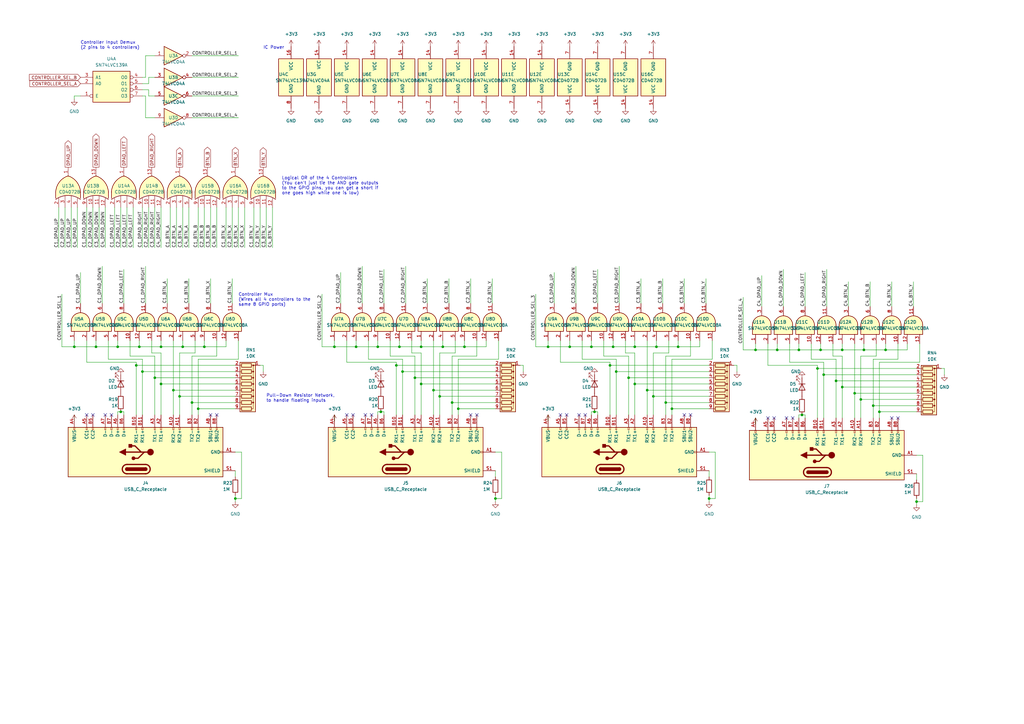
<source format=kicad_sch>
(kicad_sch (version 20211123) (generator eeschema)
  (paper "A3")
  (junction (at 273.05 165.1))
  (junction (at 328.93 170.18))
  (junction (at 162.56 149.86))
  (junction (at 81.28 167.64))
  (junction (at 242.57 142.24))
  (junction (at 83.82 142.24))
  (junction (at 260.35 142.24))
  (junction (at 327.66 143.51))
  (junction (at 55.88 149.86))
  (junction (at 251.46 142.24))
  (junction (at 337.82 153.67))
  (junction (at 39.37 142.24))
  (junction (at 154.94 142.24))
  (junction (at 177.8 160.02))
  (junction (at 290.83 204.47))
  (junction (at 342.9 156.21))
  (junction (at 233.68 142.24))
  (junction (at 318.77 143.51))
  (junction (at 172.72 142.24))
  (junction (at 170.18 154.94))
  (junction (at 49.53 168.91))
  (junction (at 363.22 143.51))
  (junction (at 358.14 166.37))
  (junction (at 96.52 204.47))
  (junction (at 309.88 143.51))
  (junction (at 146.05 142.24))
  (junction (at 190.5 142.24))
  (junction (at 267.97 162.56))
  (junction (at 185.42 165.1))
  (junction (at 73.66 162.56))
  (junction (at 252.73 152.4))
  (junction (at 63.5 154.94))
  (junction (at 156.21 168.91))
  (junction (at 257.81 154.94))
  (junction (at 181.61 142.24))
  (junction (at 48.26 142.24))
  (junction (at 30.48 142.24))
  (junction (at 74.93 142.24))
  (junction (at 250.19 149.86))
  (junction (at 360.68 168.91))
  (junction (at 275.59 167.64))
  (junction (at 335.28 151.13))
  (junction (at 137.16 142.24))
  (junction (at 345.44 143.51))
  (junction (at 165.1 152.4))
  (junction (at 180.34 162.56))
  (junction (at 224.79 142.24))
  (junction (at 278.13 142.24))
  (junction (at 172.72 157.48))
  (junction (at 71.12 160.02))
  (junction (at 269.24 142.24))
  (junction (at 375.92 205.74))
  (junction (at 260.35 157.48))
  (junction (at 354.33 143.51))
  (junction (at 163.83 142.24))
  (junction (at 336.55 143.51))
  (junction (at 345.44 158.75))
  (junction (at 353.06 163.83))
  (junction (at 78.74 165.1))
  (junction (at 66.04 142.24))
  (junction (at 203.2 204.47))
  (junction (at 243.84 168.91))
  (junction (at 265.43 160.02))
  (junction (at 58.42 152.4))
  (junction (at 66.04 157.48))
  (junction (at 350.52 161.29))
  (junction (at 57.15 142.24))
  (junction (at 187.96 167.64))
  (no_connect (at 229.87 170.18))
  (no_connect (at 280.67 170.18))
  (no_connect (at 365.76 171.45))
  (no_connect (at 144.78 170.18))
  (no_connect (at 232.41 170.18))
  (no_connect (at 317.5 171.45))
  (no_connect (at 368.3 171.45))
  (no_connect (at 314.96 171.45))
  (no_connect (at 237.49 170.18))
  (no_connect (at 43.18 170.18))
  (no_connect (at 45.72 170.18))
  (no_connect (at 283.21 170.18))
  (no_connect (at 38.1 170.18))
  (no_connect (at 35.56 170.18))
  (no_connect (at 86.36 170.18))
  (no_connect (at 88.9 170.18))
  (no_connect (at 152.4 170.18))
  (no_connect (at 322.58 171.45))
  (no_connect (at 149.86 170.18))
  (no_connect (at 325.12 171.45))
  (no_connect (at 193.04 170.18))
  (no_connect (at 240.03 170.18))
  (no_connect (at 142.24 170.18))
  (no_connect (at 195.58 170.18))
  (wire (pts (xy 342.9 171.45) (xy 342.9 156.21)))
  (wire (pts (xy 337.82 148.59) (xy 337.82 153.67)))
  (wire (pts (xy 224.79 139.7) (xy 224.79 142.24)))
  (wire (pts (xy 250.19 170.18) (xy 250.19 149.86)))
  (wire (pts (xy 327.66 140.97) (xy 327.66 143.51)))
  (wire (pts (xy 290.83 185.42) (xy 293.37 185.42)))
  (wire (pts (xy 309.88 143.51) (xy 318.77 143.51)))
  (wire (pts (xy 58.42 147.32) (xy 58.42 152.4)))
  (wire (pts (xy 78.74 31.75) (xy 97.79 31.75)))
  (wire (pts (xy 360.68 168.91) (xy 375.92 168.91)))
  (wire (pts (xy 39.37 139.7) (xy 39.37 142.24)))
  (wire (pts (xy 50.8 170.18) (xy 50.8 168.91)))
  (wire (pts (xy 358.14 166.37) (xy 375.92 166.37)))
  (wire (pts (xy 275.59 147.32) (xy 275.59 167.64)))
  (wire (pts (xy 345.44 171.45) (xy 345.44 158.75)))
  (wire (pts (xy 214.63 149.86) (xy 214.63 152.4)))
  (wire (pts (xy 57.15 142.24) (xy 66.04 142.24)))
  (wire (pts (xy 99.06 204.47) (xy 96.52 204.47)))
  (wire (pts (xy 49.53 168.91) (xy 50.8 168.91)))
  (wire (pts (xy 337.82 171.45) (xy 337.82 153.67)))
  (wire (pts (xy 278.13 142.24) (xy 287.02 142.24)))
  (wire (pts (xy 66.04 142.24) (xy 74.93 142.24)))
  (wire (pts (xy 195.58 146.05) (xy 185.42 146.05)))
  (wire (pts (xy 375.92 194.31) (xy 375.92 196.85)))
  (wire (pts (xy 180.34 170.18) (xy 180.34 162.56)))
  (wire (pts (xy 33.02 39.37) (xy 30.48 39.37)))
  (wire (pts (xy 273.05 170.18) (xy 273.05 165.1)))
  (wire (pts (xy 265.43 139.7) (xy 265.43 160.02)))
  (wire (pts (xy 186.69 139.7) (xy 186.69 144.78)))
  (wire (pts (xy 293.37 204.47) (xy 290.83 204.47)))
  (wire (pts (xy 100.33 85.09) (xy 100.33 101.6)))
  (wire (pts (xy 347.98 115.57) (xy 347.98 125.73)))
  (wire (pts (xy 260.35 157.48) (xy 290.83 157.48)))
  (wire (pts (xy 318.77 140.97) (xy 318.77 143.51)))
  (wire (pts (xy 201.93 114.3) (xy 201.93 124.46)))
  (wire (pts (xy 160.02 139.7) (xy 160.02 146.05)))
  (wire (pts (xy 162.56 148.59) (xy 162.56 149.86)))
  (wire (pts (xy 165.1 170.18) (xy 165.1 152.4)))
  (wire (pts (xy 323.85 148.59) (xy 337.82 148.59)))
  (wire (pts (xy 81.28 167.64) (xy 96.52 167.64)))
  (wire (pts (xy 345.44 143.51) (xy 354.33 143.51)))
  (wire (pts (xy 242.57 142.24) (xy 251.46 142.24)))
  (wire (pts (xy 342.9 156.21) (xy 375.92 156.21)))
  (wire (pts (xy 257.81 170.18) (xy 257.81 154.94)))
  (wire (pts (xy 99.06 185.42) (xy 99.06 204.47)))
  (wire (pts (xy 60.96 31.75) (xy 60.96 34.29)))
  (wire (pts (xy 377.19 148.59) (xy 360.68 148.59)))
  (wire (pts (xy 175.26 114.3) (xy 175.26 124.46)))
  (wire (pts (xy 318.77 143.51) (xy 327.66 143.51)))
  (wire (pts (xy 66.04 85.09) (xy 66.04 101.6)))
  (wire (pts (xy 251.46 142.24) (xy 260.35 142.24)))
  (wire (pts (xy 363.22 143.51) (xy 372.11 143.51)))
  (wire (pts (xy 233.68 142.24) (xy 242.57 142.24)))
  (wire (pts (xy 314.96 140.97) (xy 314.96 149.86)))
  (wire (pts (xy 280.67 114.3) (xy 280.67 124.46)))
  (wire (pts (xy 92.71 142.24) (xy 92.71 139.7)))
  (wire (pts (xy 29.21 85.09) (xy 29.21 101.6)))
  (wire (pts (xy 265.43 160.02) (xy 290.83 160.02)))
  (wire (pts (xy 312.42 113.03) (xy 312.42 125.73)))
  (wire (pts (xy 378.46 205.74) (xy 375.92 205.74)))
  (wire (pts (xy 49.53 85.09) (xy 49.53 101.6)))
  (wire (pts (xy 359.41 140.97) (xy 359.41 146.05)))
  (wire (pts (xy 137.16 139.7) (xy 137.16 142.24)))
  (wire (pts (xy 170.18 154.94) (xy 203.2 154.94)))
  (wire (pts (xy 292.1 139.7) (xy 292.1 147.32)))
  (wire (pts (xy 203.2 204.47) (xy 203.2 205.74)))
  (wire (pts (xy 203.2 193.04) (xy 203.2 195.58)))
  (wire (pts (xy 236.22 109.22) (xy 236.22 124.46)))
  (wire (pts (xy 26.67 85.09) (xy 26.67 101.6)))
  (wire (pts (xy 274.32 144.78) (xy 267.97 144.78)))
  (wire (pts (xy 60.96 34.29) (xy 58.42 34.29)))
  (wire (pts (xy 304.8 143.51) (xy 309.88 143.51)))
  (wire (pts (xy 63.5 154.94) (xy 96.52 154.94)))
  (wire (pts (xy 356.87 115.57) (xy 356.87 125.73)))
  (wire (pts (xy 54.61 85.09) (xy 54.61 101.6)))
  (wire (pts (xy 242.57 168.91) (xy 243.84 168.91)))
  (wire (pts (xy 267.97 144.78) (xy 267.97 162.56)))
  (wire (pts (xy 260.35 139.7) (xy 260.35 142.24)))
  (wire (pts (xy 88.9 139.7) (xy 88.9 146.05)))
  (wire (pts (xy 353.06 146.05) (xy 353.06 163.83)))
  (wire (pts (xy 339.09 110.49) (xy 339.09 125.73)))
  (wire (pts (xy 242.57 139.7) (xy 242.57 142.24)))
  (wire (pts (xy 199.39 142.24) (xy 199.39 139.7)))
  (wire (pts (xy 157.48 170.18) (xy 157.48 168.91)))
  (wire (pts (xy 160.02 146.05) (xy 170.18 146.05)))
  (wire (pts (xy 283.21 139.7) (xy 283.21 146.05)))
  (wire (pts (xy 63.5 146.05) (xy 63.5 154.94)))
  (wire (pts (xy 44.45 147.32) (xy 58.42 147.32)))
  (wire (pts (xy 86.36 85.09) (xy 86.36 101.6)))
  (wire (pts (xy 283.21 146.05) (xy 273.05 146.05)))
  (wire (pts (xy 111.76 85.09) (xy 111.76 101.6)))
  (wire (pts (xy 62.23 139.7) (xy 62.23 144.78)))
  (wire (pts (xy 81.28 147.32) (xy 81.28 167.64)))
  (wire (pts (xy 39.37 142.24) (xy 48.26 142.24)))
  (wire (pts (xy 77.47 85.09) (xy 77.47 101.6)))
  (wire (pts (xy 107.95 149.86) (xy 107.95 152.4)))
  (wire (pts (xy 139.7 111.76) (xy 139.7 124.46)))
  (wire (pts (xy 185.42 170.18) (xy 185.42 165.1)))
  (wire (pts (xy 335.28 151.13) (xy 375.92 151.13)))
  (wire (pts (xy 300.99 149.86) (xy 302.26 149.86)))
  (wire (pts (xy 181.61 142.24) (xy 190.5 142.24)))
  (wire (pts (xy 96.52 193.04) (xy 96.52 195.58)))
  (wire (pts (xy 92.71 85.09) (xy 92.71 101.6)))
  (wire (pts (xy 62.23 144.78) (xy 66.04 144.78)))
  (wire (pts (xy 377.19 140.97) (xy 377.19 148.59)))
  (wire (pts (xy 148.59 109.22) (xy 148.59 124.46)))
  (wire (pts (xy 330.2 171.45) (xy 330.2 170.18)))
  (wire (pts (xy 46.99 85.09) (xy 46.99 101.6)))
  (wire (pts (xy 137.16 172.72) (xy 137.16 170.18)))
  (wire (pts (xy 157.48 110.49) (xy 157.48 124.46)))
  (wire (pts (xy 59.69 31.75) (xy 59.69 22.86)))
  (wire (pts (xy 96.52 204.47) (xy 96.52 205.74)))
  (wire (pts (xy 59.69 48.26) (xy 59.69 39.37)))
  (wire (pts (xy 278.13 139.7) (xy 278.13 142.24)))
  (wire (pts (xy 83.82 85.09) (xy 83.82 101.6)))
  (wire (pts (xy 290.83 203.2) (xy 290.83 204.47)))
  (wire (pts (xy 40.64 85.09) (xy 40.64 101.6)))
  (wire (pts (xy 345.44 140.97) (xy 345.44 143.51)))
  (wire (pts (xy 63.5 31.75) (xy 60.96 31.75)))
  (wire (pts (xy 48.26 139.7) (xy 48.26 142.24)))
  (wire (pts (xy 185.42 146.05) (xy 185.42 165.1)))
  (wire (pts (xy 96.52 185.42) (xy 99.06 185.42)))
  (wire (pts (xy 204.47 147.32) (xy 187.96 147.32)))
  (wire (pts (xy 154.94 170.18) (xy 154.94 168.91)))
  (wire (pts (xy 78.74 22.86) (xy 97.79 22.86)))
  (wire (pts (xy 41.91 109.22) (xy 41.91 124.46)))
  (wire (pts (xy 219.71 142.24) (xy 224.79 142.24)))
  (wire (pts (xy 327.66 171.45) (xy 327.66 170.18)))
  (wire (pts (xy 96.52 203.2) (xy 96.52 204.47)))
  (wire (pts (xy 233.68 139.7) (xy 233.68 142.24)))
  (wire (pts (xy 77.47 114.3) (xy 77.47 124.46)))
  (wire (pts (xy 374.65 115.57) (xy 374.65 125.73)))
  (wire (pts (xy 256.54 144.78) (xy 260.35 144.78)))
  (wire (pts (xy 269.24 139.7) (xy 269.24 142.24)))
  (wire (pts (xy 375.92 205.74) (xy 375.92 207.01)))
  (wire (pts (xy 165.1 147.32) (xy 165.1 152.4)))
  (wire (pts (xy 378.46 186.69) (xy 378.46 205.74)))
  (wire (pts (xy 68.58 114.3) (xy 68.58 124.46)))
  (wire (pts (xy 205.74 185.42) (xy 205.74 204.47)))
  (wire (pts (xy 386.08 151.13) (xy 387.35 151.13)))
  (wire (pts (xy 168.91 139.7) (xy 168.91 144.78)))
  (wire (pts (xy 184.15 114.3) (xy 184.15 124.46)))
  (wire (pts (xy 360.68 148.59) (xy 360.68 168.91)))
  (wire (pts (xy 341.63 140.97) (xy 341.63 146.05)))
  (wire (pts (xy 345.44 158.75) (xy 375.92 158.75)))
  (wire (pts (xy 267.97 170.18) (xy 267.97 162.56)))
  (wire (pts (xy 55.88 148.59) (xy 55.88 149.86)))
  (wire (pts (xy 58.42 152.4) (xy 96.52 152.4)))
  (wire (pts (xy 354.33 143.51) (xy 363.22 143.51)))
  (wire (pts (xy 252.73 147.32) (xy 252.73 152.4)))
  (wire (pts (xy 180.34 162.56) (xy 203.2 162.56)))
  (wire (pts (xy 337.82 153.67) (xy 375.92 153.67)))
  (wire (pts (xy 146.05 142.24) (xy 154.94 142.24)))
  (wire (pts (xy 78.74 170.18) (xy 78.74 165.1)))
  (wire (pts (xy 252.73 170.18) (xy 252.73 152.4)))
  (wire (pts (xy 257.81 146.05) (xy 257.81 154.94)))
  (wire (pts (xy 55.88 149.86) (xy 96.52 149.86)))
  (wire (pts (xy 88.9 146.05) (xy 78.74 146.05)))
  (wire (pts (xy 273.05 165.1) (xy 290.83 165.1)))
  (wire (pts (xy 245.11 170.18) (xy 245.11 168.91)))
  (wire (pts (xy 350.52 171.45) (xy 350.52 161.29)))
  (wire (pts (xy 353.06 163.83) (xy 375.92 163.83)))
  (wire (pts (xy 247.65 139.7) (xy 247.65 146.05)))
  (wire (pts (xy 195.58 139.7) (xy 195.58 146.05)))
  (wire (pts (xy 353.06 171.45) (xy 353.06 163.83)))
  (wire (pts (xy 63.5 85.09) (xy 63.5 101.6)))
  (wire (pts (xy 177.8 139.7) (xy 177.8 160.02)))
  (wire (pts (xy 73.66 170.18) (xy 73.66 162.56)))
  (wire (pts (xy 260.35 144.78) (xy 260.35 157.48)))
  (wire (pts (xy 35.56 148.59) (xy 55.88 148.59)))
  (wire (pts (xy 187.96 170.18) (xy 187.96 167.64)))
  (wire (pts (xy 24.13 85.09) (xy 24.13 101.6)))
  (wire (pts (xy 53.34 146.05) (xy 63.5 146.05)))
  (wire (pts (xy 387.35 151.13) (xy 387.35 153.67)))
  (wire (pts (xy 292.1 147.32) (xy 275.59 147.32)))
  (wire (pts (xy 368.3 147.32) (xy 358.14 147.32)))
  (wire (pts (xy 154.94 139.7) (xy 154.94 142.24)))
  (wire (pts (xy 267.97 162.56) (xy 290.83 162.56)))
  (wire (pts (xy 247.65 146.05) (xy 257.81 146.05)))
  (wire (pts (xy 243.84 168.91) (xy 245.11 168.91)))
  (wire (pts (xy 358.14 147.32) (xy 358.14 166.37)))
  (wire (pts (xy 186.69 144.78) (xy 180.34 144.78)))
  (wire (pts (xy 78.74 165.1) (xy 96.52 165.1)))
  (wire (pts (xy 66.04 170.18) (xy 66.04 157.48)))
  (wire (pts (xy 66.04 139.7) (xy 66.04 142.24)))
  (wire (pts (xy 203.2 185.42) (xy 205.74 185.42)))
  (wire (pts (xy 172.72 170.18) (xy 172.72 157.48)))
  (wire (pts (xy 354.33 140.97) (xy 354.33 143.51)))
  (wire (pts (xy 30.48 39.37) (xy 30.48 40.64)))
  (wire (pts (xy 304.8 121.92) (xy 304.8 143.51)))
  (wire (pts (xy 359.41 146.05) (xy 353.06 146.05)))
  (wire (pts (xy 170.18 170.18) (xy 170.18 154.94)))
  (wire (pts (xy 156.21 168.91) (xy 157.48 168.91)))
  (wire (pts (xy 44.45 139.7) (xy 44.45 147.32)))
  (wire (pts (xy 358.14 171.45) (xy 358.14 166.37)))
  (wire (pts (xy 53.34 139.7) (xy 53.34 146.05)))
  (wire (pts (xy 190.5 142.24) (xy 199.39 142.24)))
  (wire (pts (xy 63.5 170.18) (xy 63.5 154.94)))
  (wire (pts (xy 58.42 170.18) (xy 58.42 152.4)))
  (wire (pts (xy 97.79 147.32) (xy 81.28 147.32)))
  (wire (pts (xy 109.22 85.09) (xy 109.22 101.6)))
  (wire (pts (xy 341.63 146.05) (xy 345.44 146.05)))
  (wire (pts (xy 95.25 85.09) (xy 95.25 101.6)))
  (wire (pts (xy 252.73 152.4) (xy 290.83 152.4)))
  (wire (pts (xy 74.93 142.24) (xy 83.82 142.24)))
  (wire (pts (xy 168.91 144.78) (xy 172.72 144.78)))
  (wire (pts (xy 162.56 170.18) (xy 162.56 149.86)))
  (wire (pts (xy 332.74 147.32) (xy 342.9 147.32)))
  (wire (pts (xy 327.66 170.18) (xy 328.93 170.18)))
  (wire (pts (xy 66.04 157.48) (xy 96.52 157.48)))
  (wire (pts (xy 97.79 85.09) (xy 97.79 101.6)))
  (wire (pts (xy 309.88 173.99) (xy 309.88 171.45)))
  (wire (pts (xy 360.68 171.45) (xy 360.68 168.91)))
  (wire (pts (xy 336.55 140.97) (xy 336.55 143.51)))
  (wire (pts (xy 181.61 139.7) (xy 181.61 142.24)))
  (wire (pts (xy 372.11 143.51) (xy 372.11 140.97)))
  (wire (pts (xy 185.42 165.1) (xy 203.2 165.1)))
  (wire (pts (xy 106.68 85.09) (xy 106.68 101.6)))
  (wire (pts (xy 151.13 139.7) (xy 151.13 147.32)))
  (wire (pts (xy 289.56 114.3) (xy 289.56 124.46)))
  (wire (pts (xy 273.05 146.05) (xy 273.05 165.1)))
  (wire (pts (xy 73.66 144.78) (xy 73.66 162.56)))
  (wire (pts (xy 88.9 85.09) (xy 88.9 101.6)))
  (wire (pts (xy 73.66 162.56) (xy 96.52 162.56)))
  (wire (pts (xy 71.12 139.7) (xy 71.12 160.02)))
  (wire (pts (xy 163.83 139.7) (xy 163.83 142.24)))
  (wire (pts (xy 251.46 139.7) (xy 251.46 142.24)))
  (wire (pts (xy 172.72 144.78) (xy 172.72 157.48)))
  (wire (pts (xy 154.94 168.91) (xy 156.21 168.91)))
  (wire (pts (xy 78.74 39.37) (xy 97.79 39.37)))
  (wire (pts (xy 154.94 142.24) (xy 163.83 142.24)))
  (wire (pts (xy 106.68 149.86) (xy 107.95 149.86)))
  (wire (pts (xy 290.83 193.04) (xy 290.83 195.58)))
  (wire (pts (xy 177.8 170.18) (xy 177.8 160.02)))
  (wire (pts (xy 224.79 172.72) (xy 224.79 170.18)))
  (wire (pts (xy 81.28 85.09) (xy 81.28 101.6)))
  (wire (pts (xy 95.25 114.3) (xy 95.25 124.46)))
  (wire (pts (xy 162.56 149.86) (xy 203.2 149.86)))
  (wire (pts (xy 368.3 140.97) (xy 368.3 147.32)))
  (wire (pts (xy 350.52 140.97) (xy 350.52 161.29)))
  (wire (pts (xy 38.1 85.09) (xy 38.1 101.6)))
  (wire (pts (xy 172.72 142.24) (xy 181.61 142.24)))
  (wire (pts (xy 187.96 167.64) (xy 203.2 167.64)))
  (wire (pts (xy 256.54 139.7) (xy 256.54 144.78)))
  (wire (pts (xy 224.79 142.24) (xy 233.68 142.24)))
  (wire (pts (xy 25.4 142.24) (xy 30.48 142.24)))
  (wire (pts (xy 132.08 120.65) (xy 132.08 142.24)))
  (wire (pts (xy 375.92 186.69) (xy 378.46 186.69)))
  (wire (pts (xy 35.56 139.7) (xy 35.56 148.59)))
  (wire (pts (xy 287.02 142.24) (xy 287.02 139.7)))
  (wire (pts (xy 146.05 139.7) (xy 146.05 142.24)))
  (wire (pts (xy 229.87 148.59) (xy 250.19 148.59)))
  (wire (pts (xy 33.02 111.76) (xy 33.02 124.46)))
  (wire (pts (xy 245.11 110.49) (xy 245.11 124.46)))
  (wire (pts (xy 48.26 170.18) (xy 48.26 168.91)))
  (wire (pts (xy 78.74 146.05) (xy 78.74 165.1)))
  (wire (pts (xy 59.69 22.86) (xy 63.5 22.86)))
  (wire (pts (xy 142.24 148.59) (xy 162.56 148.59)))
  (wire (pts (xy 213.36 149.86) (xy 214.63 149.86)))
  (wire (pts (xy 78.74 48.26) (xy 97.79 48.26)))
  (wire (pts (xy 250.19 149.86) (xy 290.83 149.86)))
  (wire (pts (xy 30.48 142.24) (xy 39.37 142.24)))
  (wire (pts (xy 332.74 140.97) (xy 332.74 147.32)))
  (wire (pts (xy 321.31 110.49) (xy 321.31 125.73)))
  (wire (pts (xy 25.4 120.65) (xy 25.4 142.24)))
  (wire (pts (xy 269.24 142.24) (xy 278.13 142.24)))
  (wire (pts (xy 52.07 85.09) (xy 52.07 101.6)))
  (wire (pts (xy 60.96 39.37) (xy 63.5 39.37)))
  (wire (pts (xy 187.96 147.32) (xy 187.96 167.64)))
  (wire (pts (xy 66.04 144.78) (xy 66.04 157.48)))
  (wire (pts (xy 328.93 170.18) (xy 330.2 170.18)))
  (wire (pts (xy 227.33 111.76) (xy 227.33 124.46)))
  (wire (pts (xy 314.96 149.86) (xy 335.28 149.86)))
  (wire (pts (xy 219.71 120.65) (xy 219.71 142.24)))
  (wire (pts (xy 271.78 114.3) (xy 271.78 124.46)))
  (wire (pts (xy 177.8 160.02) (xy 203.2 160.02)))
  (wire (pts (xy 59.69 39.37) (xy 58.42 39.37)))
  (wire (pts (xy 302.26 149.86) (xy 302.26 152.4)))
  (wire (pts (xy 35.56 85.09) (xy 35.56 101.6)))
  (wire (pts (xy 290.83 204.47) (xy 290.83 205.74)))
  (wire (pts (xy 260.35 142.24) (xy 269.24 142.24)))
  (wire (pts (xy 48.26 168.91) (xy 49.53 168.91)))
  (wire (pts (xy 193.04 114.3) (xy 193.04 124.46)))
  (wire (pts (xy 238.76 147.32) (xy 252.73 147.32)))
  (wire (pts (xy 71.12 160.02) (xy 96.52 160.02)))
  (wire (pts (xy 74.93 85.09) (xy 74.93 101.6)))
  (wire (pts (xy 363.22 140.97) (xy 363.22 143.51)))
  (wire (pts (xy 58.42 31.75) (xy 59.69 31.75)))
  (wire (pts (xy 229.87 139.7) (xy 229.87 148.59)))
  (wire (pts (xy 43.18 85.09) (xy 43.18 101.6)))
  (wire (pts (xy 275.59 170.18) (xy 275.59 167.64)))
  (wire (pts (xy 309.88 140.97) (xy 309.88 143.51)))
  (wire (pts (xy 57.15 139.7) (xy 57.15 142.24)))
  (wire (pts (xy 60.96 85.09) (xy 60.96 101.6)))
  (wire (pts (xy 165.1 152.4) (xy 203.2 152.4)))
  (wire (pts (xy 335.28 149.86) (xy 335.28 151.13)))
  (wire (pts (xy 262.89 114.3) (xy 262.89 124.46)))
  (wire (pts (xy 74.93 139.7) (xy 74.93 142.24)))
  (wire (pts (xy 59.69 109.22) (xy 59.69 124.46)))
  (wire (pts (xy 180.34 144.78) (xy 180.34 162.56)))
  (wire (pts (xy 190.5 139.7) (xy 190.5 142.24)))
  (wire (pts (xy 265.43 170.18) (xy 265.43 160.02)))
  (wire (pts (xy 260.35 170.18) (xy 260.35 157.48)))
  (wire (pts (xy 50.8 110.49) (xy 50.8 124.46)))
  (wire (pts (xy 254 109.22) (xy 254 124.46)))
  (wire (pts (xy 204.47 139.7) (xy 204.47 147.32)))
  (wire (pts (xy 336.55 143.51) (xy 345.44 143.51)))
  (wire (pts (xy 242.57 170.18) (xy 242.57 168.91)))
  (wire (pts (xy 172.72 139.7) (xy 172.72 142.24)))
  (wire (pts (xy 30.48 139.7) (xy 30.48 142.24)))
  (wire (pts (xy 205.74 204.47) (xy 203.2 204.47)))
  (wire (pts (xy 170.18 146.05) (xy 170.18 154.94)))
  (wire (pts (xy 323.85 140.97) (xy 323.85 148.59)))
  (wire (pts (xy 31.75 85.09) (xy 31.75 101.6)))
  (wire (pts (xy 257.81 154.94) (xy 290.83 154.94)))
  (wire (pts (xy 104.14 85.09) (xy 104.14 101.6)))
  (wire (pts (xy 63.5 48.26) (xy 59.69 48.26)))
  (wire (pts (xy 375.92 204.47) (xy 375.92 205.74)))
  (wire (pts (xy 83.82 139.7) (xy 83.82 142.24)))
  (wire (pts (xy 80.01 144.78) (xy 73.66 144.78)))
  (wire (pts (xy 327.66 143.51) (xy 336.55 143.51)))
  (wire (pts (xy 142.24 139.7) (xy 142.24 148.59)))
  (wire (pts (xy 81.28 170.18) (xy 81.28 167.64)))
  (wire (pts (xy 350.52 161.29) (xy 375.92 161.29)))
  (wire (pts (xy 293.37 185.42) (xy 293.37 204.47)))
  (wire (pts (xy 72.39 85.09) (xy 72.39 101.6)))
  (wire (pts (xy 58.42 36.83) (xy 60.96 36.83)))
  (wire (pts (xy 166.37 109.22) (xy 166.37 124.46)))
  (wire (pts (xy 345.44 146.05) (xy 345.44 158.75)))
  (wire (pts (xy 97.79 139.7) (xy 97.79 147.32)))
  (wire (pts (xy 69.85 85.09) (xy 69.85 101.6)))
  (wire (pts (xy 60.96 36.83) (xy 60.96 39.37)))
  (wire (pts (xy 83.82 142.24) (xy 92.71 142.24)))
  (wire (pts (xy 172.72 157.48) (xy 203.2 157.48)))
  (wire (pts (xy 330.2 111.76) (xy 330.2 125.73)))
  (wire (pts (xy 275.59 167.64) (xy 290.83 167.64)))
  (wire (pts (xy 58.42 85.09) (xy 58.42 101.6)))
  (wire (pts (xy 203.2 203.2) (xy 203.2 204.47)))
  (wire (pts (xy 250.19 148.59) (xy 250.19 149.86)))
  (wire (pts (xy 137.16 142.24) (xy 146.05 142.24)))
  (wire (pts (xy 238.76 139.7) (xy 238.76 147.32)))
  (wire (pts (xy 335.28 171.45) (xy 335.28 151.13)))
  (wire (pts (xy 86.36 114.3) (xy 86.36 124.46)))
  (wire (pts (xy 365.76 115.57) (xy 365.76 125.73)))
  (wire (pts (xy 48.26 142.24) (xy 57.15 142.24)))
  (wire (pts (xy 163.83 142.24) (xy 172.72 142.24)))
  (wire (pts (xy 30.48 172.72) (xy 30.48 170.18)))
  (wire (pts (xy 274.32 139.7) (xy 274.32 144.78)))
  (wire (pts (xy 80.01 139.7) (xy 80.01 144.78)))
  (wire (pts (xy 342.9 147.32) (xy 342.9 156.21)))
  (wire (pts (xy 71.12 170.18) (xy 71.12 160.02)))
  (wire (pts (xy 151.13 147.32) (xy 165.1 147.32)))
  (wire (pts (xy 55.88 170.18) (xy 55.88 149.86)))
  (wire (pts (xy 132.08 142.24) (xy 137.16 142.24)))
  (text "IC Power" (at 107.95 20.32 0) (effects (font (size 1.27 1.27)) (justify left bottom)))
  (text "Logical OR of the 4 Controllers\n(You can't just tie the AND gate outputs\nto the GPIO pins, you can get a short if\none goes high while one is low)" (at 115.57 80.01 0) (effects (font (size 1.27 1.27)) (justify left bottom)))
  (text "Pull-Down Resistor Network,\nto handle floating inputs" (at 109.22 165.1 0) (effects (font (size 1.27 1.27)) (justify left bottom)))
  (text "Controller Mux\n(Wires all 4 controllers to the\nsame 8 GPIO ports)" (at 97.79 125.73 0) (effects (font (size 1.27 1.27)) (justify left bottom)))
  (text "Controller Input Demux\n(2 pins to 4 controllers)" (at 33.02 20.32 0) (effects (font (size 1.27 1.27)) (justify left bottom)))
  (label "C3_DPAD_RIGHT" (at 63.5 101.6 90))
  (label "C2_DPAD_LEFT" (at 49.53 101.6 90))
  (label "C4_BTN_Y" (at 374.65 125.73 90))
  (label "C2_DPAD_DOWN" (at 148.59 124.46 90))
  (label "C2_BTN_B" (at 184.15 124.46 90))
  (label "C4_BTN_X" (at 100.33 101.6 90))
  (label "CONTROLLER_SEL_2" (at 132.08 139.7 90))
  (label "C3_BTN_A" (at 74.93 101.6 90))
  (label "C3_DPAD_LEFT" (at 245.11 124.46 90))
  (label "C4_DPAD_RIGHT" (at 66.04 101.6 90))
  (label "C1_BTN_Y" (at 104.14 101.6 90))
  (label "C1_DPAD_RIGHT" (at 58.42 101.6 90))
  (label "C1_DPAD_UP" (at 24.13 101.6 90))
  (label "C4_DPAD_UP" (at 31.75 101.6 90))
  (label "C1_BTN_Y" (at 95.25 124.46 90))
  (label "C1_DPAD_DOWN" (at 41.91 124.46 90))
  (label "C2_BTN_B" (at 83.82 101.6 90))
  (label "C1_DPAD_RIGHT" (at 59.69 124.46 90))
  (label "C4_DPAD_DOWN" (at 43.18 101.6 90))
  (label "C4_DPAD_UP" (at 312.42 125.73 90))
  (label "C4_DPAD_LEFT" (at 54.61 101.6 90))
  (label "C3_DPAD_UP" (at 29.21 101.6 90))
  (label "CONTROLLER_SEL_3" (at 219.71 139.7 90))
  (label "C2_DPAD_RIGHT" (at 60.96 101.6 90))
  (label "C3_BTN_X" (at 280.67 124.46 90))
  (label "C4_BTN_Y" (at 111.76 101.6 90))
  (label "C4_BTN_B" (at 356.87 125.73 90))
  (label "C3_BTN_B" (at 86.36 101.6 90))
  (label "C4_BTN_A" (at 347.98 125.73 90))
  (label "C4_BTN_X" (at 365.76 125.73 90))
  (label "C2_BTN_Y" (at 106.68 101.6 90))
  (label "C3_DPAD_DOWN" (at 236.22 124.46 90))
  (label "C4_DPAD_RIGHT" (at 339.09 125.73 90))
  (label "C2_DPAD_DOWN" (at 38.1 101.6 90))
  (label "CONTROLLER_SEL_1" (at 25.4 139.7 90))
  (label "CONTROLLER_SEL_3" (at 78.74 39.37 0))
  (label "C2_BTN_A" (at 72.39 101.6 90))
  (label "C3_BTN_Y" (at 289.56 124.46 90))
  (label "C2_DPAD_UP" (at 139.7 124.46 90))
  (label "CONTROLLER_SEL_4" (at 78.74 48.26 0))
  (label "C4_BTN_B" (at 88.9 101.6 90))
  (label "C2_DPAD_RIGHT" (at 166.37 124.46 90))
  (label "C1_DPAD_LEFT" (at 50.8 124.46 90))
  (label "C2_DPAD_LEFT" (at 157.48 124.46 90))
  (label "C1_BTN_A" (at 69.85 101.6 90))
  (label "C3_BTN_Y" (at 109.22 101.6 90))
  (label "C1_BTN_A" (at 68.58 124.46 90))
  (label "C2_BTN_X" (at 193.04 124.46 90))
  (label "C3_BTN_B" (at 271.78 124.46 90))
  (label "C4_DPAD_LEFT" (at 330.2 125.73 90))
  (label "C1_BTN_X" (at 92.71 101.6 90))
  (label "C2_BTN_X" (at 95.25 101.6 90))
  (label "C1_BTN_X" (at 86.36 124.46 90))
  (label "C3_BTN_X" (at 97.79 101.6 90))
  (label "C4_BTN_A" (at 77.47 101.6 90))
  (label "C1_DPAD_LEFT" (at 46.99 101.6 90))
  (label "C1_DPAD_UP" (at 33.02 124.46 90))
  (label "C1_BTN_B" (at 77.47 124.46 90))
  (label "C1_BTN_B" (at 81.28 101.6 90))
  (label "C2_BTN_A" (at 175.26 124.46 90))
  (label "C3_DPAD_RIGHT" (at 254 124.46 90))
  (label "C2_BTN_Y" (at 201.93 124.46 90))
  (label "C2_DPAD_UP" (at 26.67 101.6 90))
  (label "C3_DPAD_DOWN" (at 40.64 101.6 90))
  (label "CONTROLLER_SEL_2" (at 78.74 31.75 0))
  (label "C3_DPAD_LEFT" (at 52.07 101.6 90))
  (label "C3_BTN_A" (at 262.89 124.46 90))
  (label "CONTROLLER_SEL_4" (at 304.8 140.97 90))
  (label "C3_DPAD_UP" (at 227.33 124.46 90))
  (label "C1_DPAD_DOWN" (at 35.56 101.6 90))
  (label "CONTROLLER_SEL_1" (at 78.74 22.86 0))
  (label "C4_DPAD_DOWN" (at 321.31 125.73 90))
  (global_label "DPAD_LEFT" (shape output) (at 50.8 68.58 90) (property "Intersheet References" "${INTERSHEET_REFS}" (effects hide)))
  (global_label "CONTROLLER_SEL_B" (shape input) (at 33.02 31.75 180) (property "Intersheet References" "${INTERSHEET_REFS}" (effects hide)))
  (global_label "CONTROLLER_SEL_A" (shape input) (at 33.02 34.29 180) (property "Intersheet References" "${INTERSHEET_REFS}" (effects hide)))
  (global_label "BTN_X" (shape output) (at 96.52 68.58 90) (property "Intersheet References" "${INTERSHEET_REFS}" (effects hide)))
  (global_label "DPAD_UP" (shape output) (at 27.94 68.58 90) (property "Intersheet References" "${INTERSHEET_REFS}" (effects hide)))
  (global_label "BTN_A" (shape output) (at 73.66 68.58 90) (property "Intersheet References" "${INTERSHEET_REFS}" (effects hide)))
  (global_label "DPAD_DOWN" (shape output) (at 39.37 68.58 90) (property "Intersheet References" "${INTERSHEET_REFS}" (effects hide)))
  (global_label "BTN_Y" (shape output) (at 107.95 68.58 90) (property "Intersheet References" "${INTERSHEET_REFS}" (effects hide)))
  (global_label "BTN_B" (shape output) (at 85.09 68.58 90) (property "Intersheet References" "${INTERSHEET_REFS}" (effects hide)))
  (global_label "DPAD_RIGHT" (shape output) (at 62.23 68.58 90) (property "Intersheet References" "${INTERSHEET_REFS}" (effects hide)))
  (symbol (lib_id "pico-vga:SN74LVC08A") (at 176.53 31.75 0) (unit 5)
    (property "Reference" "U8" (at 171.45 30.48 0) (effects (justify left)))
    (property "Value" "SN74LVC08A" (at 171.45 33.02 0) (effects (justify left)))
    (property "Footprint" "Package_SO:SOIC-14_3.9x8.7mm_P1.27mm" (effects hide))
    (property "Datasheet" "https://www.ti.com/product/SN74LVC08A" (effects hide))
  )
  (symbol (lib_id "pico-vga:SN74LVC08A") (at 193.04 132.08 90) (unit 3)
    (property "Reference" "U8" (at 194.31 130.81 90) (effects (justify left)))
    (property "Value" "SN74LVC08A" (at 199.39 133.35 90) (effects (justify left)))
    (property "Footprint" "Package_SO:SOIC-14_3.9x8.7mm_P1.27mm" (effects hide))
    (property "Datasheet" "https://www.ti.com/product/SN74LVC08A" (effects hide))
  )
  (symbol (lib_id "Device:R") (at 328.93 166.37 0) (unit 1)
    (property "Reference" "R22" (at 323.85 165.1 0) (effects (justify left)))
    (property "Value" "1K" (at 325.12 167.64 0) (effects (justify left)))
    (property "Footprint" "Resistor_SMD:R_0603_1608Metric_Pad0.98x0.95mm_HandSolder" (effects hide))
  )
  (symbol (lib_id "pico-vga:CD4072B") (at 50.8 77.47 90) (unit 1)
    (property "Reference" "U14" (at 48.26 76.2 90) (effects (justify right)))
    (property "Value" "CD4072B" (at 46.99 78.7398 90) (effects (justify right)))
    (property "Footprint" "Package_SO:SOIC-14_3.9x8.7mm_P1.27mm" (effects hide))
    (property "Datasheet" "https://www.ti.com/product/CD4072B" (effects hide))
  )
  (symbol (lib_id "power:GND") (at 142.24 44.45 0) (unit 1)
    (property "Reference" "#PWR034" (effects hide))
    (property "Value" "GND" (at 142.24 49.53 0))
  )
  (symbol (lib_id "Device:R") (at 290.83 199.39 0) (unit 1)
    (property "Reference" "R25" (at 285.75 198.12 0) (effects (justify left)))
    (property "Value" "1M" (at 285.75 200.66 0) (effects (justify left)))
    (property "Footprint" "Resistor_SMD:R_0603_1608Metric_Pad0.98x0.95mm_HandSolder" (effects hide))
  )
  (symbol (lib_id "pico-vga:SN74LVC08A") (at 142.24 31.75 0) (unit 5)
    (property "Reference" "U5" (at 137.16 30.48 0) (effects (justify left)))
    (property "Value" "SN74LVC08A" (at 137.16 33.02 0) (effects (justify left)))
    (property "Footprint" "Package_SO:SOIC-14_3.9x8.7mm_P1.27mm" (effects hide))
    (property "Datasheet" "https://www.ti.com/product/SN74LVC08A" (effects hide))
  )
  (symbol (lib_id "pico-vga:74LVC04A") (at 71.12 39.37 0) (unit 3)
    (property "Reference" "U3" (at 71.12 39.37 0))
    (property "Value" "74LVC04A" (at 71.12 41.91 0))
    (property "Footprint" "Package_SO:SOIC-14_3.9x8.7mm_P1.27mm" (effects hide))
    (property "Datasheet" "https://www.ti.com/product/SN74LVC04A" (effects hide))
  )
  (symbol (lib_id "power:+3V3") (at 309.88 173.99 0) (unit 1)
    (property "Reference" "#PWR057" (effects hide))
    (property "Value" "+3V3" (at 309.88 168.91 0))
  )
  (symbol (lib_id "pico-vga:SN74LVC08A") (at 59.69 132.08 90) (unit 4)
    (property "Reference" "U5" (at 60.96 130.81 90) (effects (justify left)))
    (property "Value" "SN74LVC08A" (at 66.04 133.35 90) (effects (justify left)))
    (property "Footprint" "Package_SO:SOIC-14_3.9x8.7mm_P1.27mm" (effects hide))
    (property "Datasheet" "https://www.ti.com/product/SN74LVC08A" (effects hide))
  )
  (symbol (lib_id "power:GND") (at 375.92 207.01 0) (unit 1)
    (property "Reference" "#PWR061" (effects hide))
    (property "Value" "GND" (at 375.92 212.09 0))
  )
  (symbol (lib_id "pico-vga:CD4072B") (at 107.95 77.47 90) (unit 2)
    (property "Reference" "U16" (at 105.41 76.2002 90) (effects (justify right)))
    (property "Value" "CD4072B" (at 104.14 78.74 90) (effects (justify right)))
    (property "Footprint" "Package_SO:SOIC-14_3.9x8.7mm_P1.27mm" (effects hide))
    (property "Datasheet" "https://www.ti.com/product/CD4072B" (effects hide))
  )
  (symbol (lib_id "power:+3V3") (at 199.39 19.05 0) (unit 1)
    (property "Reference" "#PWR024" (effects hide))
    (property "Value" "+3V3" (at 199.39 13.97 0))
  )
  (symbol (lib_id "power:+3V3") (at 256.54 19.05 0) (unit 1)
    (property "Reference" "#PWR029" (effects hide))
    (property "Value" "+3V3" (at 256.54 13.97 0))
  )
  (symbol (lib_id "pico-vga:CD4072B") (at 96.52 77.47 90) (unit 1)
    (property "Reference" "U16" (at 93.98 76.2 90) (effects (justify right)))
    (property "Value" "CD4072B" (at 92.71 78.7398 90) (effects (justify right)))
    (property "Footprint" "Package_SO:SOIC-14_3.9x8.7mm_P1.27mm" (effects hide))
    (property "Datasheet" "https://www.ti.com/product/CD4072B" (effects hide))
  )
  (symbol (lib_id "pico-vga:SN74LVC08A") (at 50.8 132.08 90) (unit 3)
    (property "Reference" "U5" (at 52.07 130.81 90) (effects (justify left)))
    (property "Value" "SN74LVC08A" (at 57.15 133.35 90) (effects (justify left)))
    (property "Footprint" "Package_SO:SOIC-14_3.9x8.7mm_P1.27mm" (effects hide))
    (property "Datasheet" "https://www.ti.com/product/SN74LVC08A" (effects hide))
  )
  (symbol (lib_id "pico-vga:74LVC04A") (at 130.81 31.75 0) (unit 7)
    (property "Reference" "U3" (at 125.73 30.48 0) (effects (justify left)))
    (property "Value" "74LVC04A" (at 125.73 33.02 0) (effects (justify left)))
    (property "Footprint" "Package_SO:SOIC-14_3.9x8.7mm_P1.27mm" (effects hide))
    (property "Datasheet" "https://www.ti.com/product/SN74LVC04A" (effects hide))
  )
  (symbol (lib_id "power:GND") (at 107.95 152.4 0) (unit 1)
    (property "Reference" "#PWR046" (effects hide))
    (property "Value" "GND" (at 107.95 157.48 0))
  )
  (symbol (lib_id "pico-vga:SN74LVC08A") (at 347.98 133.35 90) (unit 1)
    (property "Reference" "U12" (at 349.25 132.08 90) (effects (justify left)))
    (property "Value" "SN74LVC08A" (at 354.33 134.62 90) (effects (justify left)))
    (property "Footprint" "Package_SO:SOIC-14_3.9x8.7mm_P1.27mm" (effects hide))
    (property "Datasheet" "https://www.ti.com/product/SN74LVC08A" (effects hide))
  )
  (symbol (lib_id "Device:LED") (at 243.84 157.48 270) (unit 1)
    (property "Reference" "D4" (at 238.76 156.21 90) (effects (justify left)))
    (property "Value" "LED" (at 238.76 158.75 90) (effects (justify left)))
    (property "Footprint" "LED_SMD:LED_0805_2012Metric_Pad1.15x1.40mm_HandSolder" (effects hide))
  )
  (symbol (lib_id "pico-vga:CD4072B") (at 233.68 31.75 180) (unit 3)
    (property "Reference" "U13" (at 228.6 30.48 0) (effects (justify right)))
    (property "Value" "CD4072B" (at 228.6 33.02 0) (effects (justify right)))
    (property "Footprint" "Package_SO:SOIC-14_3.9x8.7mm_P1.27mm" (effects hide))
    (property "Datasheet" "https://www.ti.com/product/CD4072B" (effects hide))
  )
  (symbol (lib_id "power:GND") (at 130.81 44.45 0) (unit 1)
    (property "Reference" "#PWR033" (effects hide))
    (property "Value" "GND" (at 130.81 49.53 0))
  )
  (symbol (lib_id "pico-vga:SN74LVC08A") (at 153.67 31.75 0) (unit 5)
    (property "Reference" "U6" (at 148.59 30.48 0) (effects (justify left)))
    (property "Value" "SN74LVC08A" (at 148.59 33.02 0) (effects (justify left)))
    (property "Footprint" "Package_SO:SOIC-14_3.9x8.7mm_P1.27mm" (effects hide))
    (property "Datasheet" "https://www.ti.com/product/SN74LVC08A" (effects hide))
  )
  (symbol (lib_id "pico-vga:SN74LVC08A") (at 148.59 132.08 90) (unit 2)
    (property "Reference" "U7" (at 149.86 130.81 90) (effects (justify left)))
    (property "Value" "SN74LVC08A" (at 156.21 133.35 90) (effects (justify left)))
    (property "Footprint" "Package_SO:SOIC-14_3.9x8.7mm_P1.27mm" (effects hide))
    (property "Datasheet" "https://www.ti.com/product/SN74LVC08A" (effects hide))
  )
  (symbol (lib_id "power:+3V3") (at 176.53 19.05 0) (unit 1)
    (property "Reference" "#PWR022" (effects hide))
    (property "Value" "+3V3" (at 176.53 13.97 0))
  )
  (symbol (lib_id "power:+3V3") (at 130.81 19.05 0) (unit 1)
    (property "Reference" "#PWR018" (effects hide))
    (property "Value" "+3V3" (at 130.81 13.97 0))
  )
  (symbol (lib_id "pico-vga:74LVC04A") (at 71.12 22.86 0) (unit 1)
    (property "Reference" "U3" (at 71.12 22.86 0))
    (property "Value" "74LVC04A" (at 71.12 25.4 0))
    (property "Footprint" "Package_SO:SOIC-14_3.9x8.7mm_P1.27mm" (effects hide))
    (property "Datasheet" "https://www.ti.com/product/SN74LVC04A" (effects hide))
  )
  (symbol (lib_id "power:GND") (at 245.11 44.45 0) (unit 1)
    (property "Reference" "#PWR043" (effects hide))
    (property "Value" "GND" (at 245.11 49.53 0))
  )
  (symbol (lib_id "power:GND") (at 210.82 44.45 0) (unit 1)
    (property "Reference" "#PWR040" (effects hide))
    (property "Value" "GND" (at 210.82 49.53 0))
  )
  (symbol (lib_id "pico-vga:SN74LVC08A") (at 165.1 31.75 0) (unit 5)
    (property "Reference" "U7" (at 160.02 30.48 0) (effects (justify left)))
    (property "Value" "SN74LVC08A" (at 160.02 33.02 0) (effects (justify left)))
    (property "Footprint" "Package_SO:SOIC-14_3.9x8.7mm_P1.27mm" (effects hide))
    (property "Datasheet" "https://www.ti.com/product/SN74LVC08A" (effects hide))
  )
  (symbol (lib_id "pico-vga:SN74LVC08A") (at 356.87 133.35 90) (unit 2)
    (property "Reference" "U12" (at 358.14 132.08 90) (effects (justify left)))
    (property "Value" "SN74LVC08A" (at 363.22 134.62 90) (effects (justify left)))
    (property "Footprint" "Package_SO:SOIC-14_3.9x8.7mm_P1.27mm" (effects hide))
    (property "Datasheet" "https://www.ti.com/product/SN74LVC08A" (effects hide))
  )
  (symbol (lib_id "Connector:USB_C_Receptacle") (at 335.28 186.69 90) (unit 1)
    (property "Reference" "J7" (at 339.09 199.39 90))
    (property "Value" "USB_C_Receptacle" (at 339.09 201.93 90))
    (property "Footprint" "pico-vga:USB_C_Receptacle_Molex_2171830001" (effects hide))
    (property "Datasheet" "https://www.usb.org/sites/default/files/documents/usb_type-c.zip" (effects hide))
  )
  (symbol (lib_id "Device:R") (at 203.2 199.39 0) (unit 1)
    (property "Reference" "R24" (at 198.12 198.12 0) (effects (justify left)))
    (property "Value" "1M" (at 198.12 200.66 0) (effects (justify left)))
    (property "Footprint" "Resistor_SMD:R_0603_1608Metric_Pad0.98x0.95mm_HandSolder" (effects hide))
  )
  (symbol (lib_id "power:GND") (at 222.25 44.45 0) (unit 1)
    (property "Reference" "#PWR041" (effects hide))
    (property "Value" "GND" (at 222.25 49.53 0))
  )
  (symbol (lib_id "pico-vga:SN74LVC08A") (at 187.96 31.75 0) (unit 5)
    (property "Reference" "U9" (at 182.88 30.48 0) (effects (justify left)))
    (property "Value" "SN74LVC08A" (at 182.88 33.02 0) (effects (justify left)))
    (property "Footprint" "Package_SO:SOIC-14_3.9x8.7mm_P1.27mm" (effects hide))
    (property "Datasheet" "https://www.ti.com/product/SN74LVC08A" (effects hide))
  )
  (symbol (lib_id "power:GND") (at 233.68 44.45 0) (unit 1)
    (property "Reference" "#PWR042" (effects hide))
    (property "Value" "GND" (at 233.68 49.53 0))
  )
  (symbol (lib_id "power:+3V3") (at 153.67 19.05 0) (unit 1)
    (property "Reference" "#PWR020" (effects hide))
    (property "Value" "+3V3" (at 153.67 13.97 0))
  )
  (symbol (lib_id "Device:R_Network08") (at 101.6 160.02 270) (unit 1)
    (property "Reference" "RN1" (at 102.87 143.51 90))
    (property "Value" "10K" (at 102.87 146.05 90))
    (property "Footprint" "Resistor_THT:R_Array_SIP9" (effects hide))
    (property "Datasheet" "http://www.vishay.com/docs/31509/csc.pdf" (effects hide))
  )
  (symbol (lib_id "Device:R_Network08") (at 381 161.29 270) (unit 1)
    (property "Reference" "RN4" (at 382.27 144.78 90))
    (property "Value" "10K" (at 382.27 147.32 90))
    (property "Footprint" "Resistor_THT:R_Array_SIP9" (effects hide))
    (property "Datasheet" "http://www.vishay.com/docs/31509/csc.pdf" (effects hide))
  )
  (symbol (lib_id "pico-vga:74LVC04A") (at 71.12 48.26 0) (unit 4)
    (property "Reference" "U3" (at 71.12 48.26 0))
    (property "Value" "74LVC04A" (at 71.12 50.8 0))
    (property "Footprint" "Package_SO:SOIC-14_3.9x8.7mm_P1.27mm" (effects hide))
    (property "Datasheet" "https://www.ti.com/product/SN74LVC04A" (effects hide))
  )
  (symbol (lib_id "pico-vga:SN74LVC08A") (at 184.15 132.08 90) (unit 2)
    (property "Reference" "U8" (at 185.42 130.81 90) (effects (justify left)))
    (property "Value" "SN74LVC08A" (at 190.5 133.35 90) (effects (justify left)))
    (property "Footprint" "Package_SO:SOIC-14_3.9x8.7mm_P1.27mm" (effects hide))
    (property "Datasheet" "https://www.ti.com/product/SN74LVC08A" (effects hide))
  )
  (symbol (lib_id "pico-vga:SN74LVC08A") (at 330.2 133.35 90) (unit 3)
    (property "Reference" "U11" (at 331.47 132.08 90) (effects (justify left)))
    (property "Value" "SN74LVC08A" (at 336.55 134.62 90) (effects (justify left)))
    (property "Footprint" "Package_SO:SOIC-14_3.9x8.7mm_P1.27mm" (effects hide))
    (property "Datasheet" "https://www.ti.com/product/SN74LVC08A" (effects hide))
  )
  (symbol (lib_id "pico-vga:CD4072B") (at 245.11 31.75 180) (unit 3)
    (property "Reference" "U14" (at 240.03 30.48 0) (effects (justify right)))
    (property "Value" "CD4072B" (at 240.03 33.02 0) (effects (justify right)))
    (property "Footprint" "Package_SO:SOIC-14_3.9x8.7mm_P1.27mm" (effects hide))
    (property "Datasheet" "https://www.ti.com/product/CD4072B" (effects hide))
  )
  (symbol (lib_id "power:GND") (at 187.96 44.45 0) (unit 1)
    (property "Reference" "#PWR038" (effects hide))
    (property "Value" "GND" (at 187.96 49.53 0))
  )
  (symbol (lib_id "Device:LED") (at 156.21 157.48 270) (unit 1)
    (property "Reference" "D3" (at 151.13 156.21 90) (effects (justify left)))
    (property "Value" "LED" (at 151.13 158.75 90) (effects (justify left)))
    (property "Footprint" "LED_SMD:LED_0805_2012Metric_Pad1.15x1.40mm_HandSolder" (effects hide))
  )
  (symbol (lib_id "pico-vga:SN74LVC08A") (at 86.36 132.08 90) (unit 3)
    (property "Reference" "U6" (at 87.63 130.81 90) (effects (justify left)))
    (property "Value" "SN74LVC08A" (at 92.71 133.35 90) (effects (justify left)))
    (property "Footprint" "Package_SO:SOIC-14_3.9x8.7mm_P1.27mm" (effects hide))
    (property "Datasheet" "https://www.ti.com/product/SN74LVC08A" (effects hide))
  )
  (symbol (lib_id "pico-vga:SN74LVC08A") (at 95.25 132.08 90) (unit 4)
    (property "Reference" "U6" (at 96.52 130.81 90) (effects (justify left)))
    (property "Value" "SN74LVC08A" (at 101.6 133.35 90) (effects (justify left)))
    (property "Footprint" "Package_SO:SOIC-14_3.9x8.7mm_P1.27mm" (effects hide))
    (property "Datasheet" "https://www.ti.com/product/SN74LVC08A" (effects hide))
  )
  (symbol (lib_id "Device:R") (at 96.52 199.39 0) (unit 1)
    (property "Reference" "R23" (at 91.44 198.12 0) (effects (justify left)))
    (property "Value" "1M" (at 91.44 200.66 0) (effects (justify left)))
    (property "Footprint" "Resistor_SMD:R_0603_1608Metric_Pad0.98x0.95mm_HandSolder" (effects hide))
  )
  (symbol (lib_id "Connector:USB_C_Receptacle") (at 162.56 185.42 90) (unit 1)
    (property "Reference" "J5" (at 166.37 198.12 90))
    (property "Value" "USB_C_Receptacle" (at 166.37 200.66 90))
    (property "Footprint" "pico-vga:USB_C_Receptacle_Molex_2171830001" (effects hide))
    (property "Datasheet" "https://www.usb.org/sites/default/files/documents/usb_type-c.zip" (effects hide))
  )
  (symbol (lib_id "pico-vga:CD4072B") (at 62.23 77.47 90) (unit 2)
    (property "Reference" "U14" (at 59.69 76.2002 90) (effects (justify right)))
    (property "Value" "CD4072B" (at 58.42 78.74 90) (effects (justify right)))
    (property "Footprint" "Package_SO:SOIC-14_3.9x8.7mm_P1.27mm" (effects hide))
    (property "Datasheet" "https://www.ti.com/product/CD4072B" (effects hide))
  )
  (symbol (lib_id "power:GND") (at 199.39 44.45 0) (unit 1)
    (property "Reference" "#PWR039" (effects hide))
    (property "Value" "GND" (at 199.39 49.53 0))
  )
  (symbol (lib_id "power:GND") (at 96.52 205.74 0) (unit 1)
    (property "Reference" "#PWR058" (effects hide))
    (property "Value" "GND" (at 96.52 210.82 0))
  )
  (symbol (lib_id "power:GND") (at 156.21 153.67 180) (unit 1)
    (property "Reference" "#PWR050" (effects hide))
    (property "Value" "GND" (at 153.67 151.13 0))
  )
  (symbol (lib_id "pico-vga:SN74LVC08A") (at 33.02 132.08 90) (unit 1)
    (property "Reference" "U5" (at 34.29 130.81 90) (effects (justify left)))
    (property "Value" "SN74LVC08A" (at 39.37 133.35 90) (effects (justify left)))
    (property "Footprint" "Package_SO:SOIC-14_3.9x8.7mm_P1.27mm" (effects hide))
    (property "Datasheet" "https://www.ti.com/product/SN74LVC08A" (effects hide))
  )
  (symbol (lib_id "power:+3V3") (at 119.38 19.05 0) (unit 1)
    (property "Reference" "#PWR017" (effects hide))
    (property "Value" "+3V3" (at 116.84 13.97 0) (effects (justify left)))
  )
  (symbol (lib_id "Device:LED") (at 49.53 157.48 270) (unit 1)
    (property "Reference" "D2" (at 44.45 156.21 90) (effects (justify left)))
    (property "Value" "LED" (at 44.45 158.75 90) (effects (justify left)))
    (property "Footprint" "LED_SMD:LED_0805_2012Metric_Pad1.15x1.40mm_HandSolder" (effects hide))
  )
  (symbol (lib_id "power:+3V3") (at 267.97 19.05 0) (unit 1)
    (property "Reference" "#PWR030" (effects hide))
    (property "Value" "+3V3" (at 267.97 13.97 0))
  )
  (symbol (lib_id "power:GND") (at 290.83 205.74 0) (unit 1)
    (property "Reference" "#PWR060" (effects hide))
    (property "Value" "GND" (at 290.83 210.82 0))
  )
  (symbol (lib_id "power:GND") (at 302.26 152.4 0) (unit 1)
    (property "Reference" "#PWR048" (effects hide))
    (property "Value" "GND" (at 302.26 157.48 0))
  )
  (symbol (lib_id "power:GND") (at 153.67 44.45 0) (unit 1)
    (property "Reference" "#PWR035" (effects hide))
    (property "Value" "GND" (at 153.67 49.53 0))
  )
  (symbol (lib_id "pico-vga:SN74LVC08A") (at 271.78 132.08 90) (unit 2)
    (property "Reference" "U10" (at 273.05 130.81 90) (effects (justify left)))
    (property "Value" "SN74LVC08A" (at 278.13 133.35 90) (effects (justify left)))
    (property "Footprint" "Package_SO:SOIC-14_3.9x8.7mm_P1.27mm" (effects hide))
    (property "Datasheet" "https://www.ti.com/product/SN74LVC08A" (effects hide))
  )
  (symbol (lib_id "pico-vga:SN74LVC08A") (at 199.39 31.75 0) (unit 5)
    (property "Reference" "U10" (at 194.31 30.48 0) (effects (justify left)))
    (property "Value" "SN74LVC08A" (at 194.31 33.02 0) (effects (justify left)))
    (property "Footprint" "Package_SO:SOIC-14_3.9x8.7mm_P1.27mm" (effects hide))
    (property "Datasheet" "https://www.ti.com/product/SN74LVC08A" (effects hide))
  )
  (symbol (lib_id "pico-vga:SN74LVC08A") (at 339.09 133.35 90) (unit 4)
    (property "Reference" "U11" (at 340.36 132.08 90) (effects (justify left)))
    (property "Value" "SN74LVC08A" (at 345.44 134.62 90) (effects (justify left)))
    (property "Footprint" "Package_SO:SOIC-14_3.9x8.7mm_P1.27mm" (effects hide))
    (property "Datasheet" "https://www.ti.com/product/SN74LVC08A" (effects hide))
  )
  (symbol (lib_id "pico-vga:SN74LVC08A") (at 68.58 132.08 90) (unit 1)
    (property "Reference" "U6" (at 69.85 130.81 90) (effects (justify left)))
    (property "Value" "SN74LVC08A" (at 74.93 133.35 90) (effects (justify left)))
    (property "Footprint" "Package_SO:SOIC-14_3.9x8.7mm_P1.27mm" (effects hide))
    (property "Datasheet" "https://www.ti.com/product/SN74LVC08A" (effects hide))
  )
  (symbol (lib_id "Device:LED") (at 328.93 158.75 270) (unit 1)
    (property "Reference" "D5" (at 323.85 157.48 90) (effects (justify left)))
    (property "Value" "LED" (at 323.85 160.02 90) (effects (justify left)))
    (property "Footprint" "LED_SMD:LED_0805_2012Metric_Pad1.15x1.40mm_HandSolder" (effects hide))
  )
  (symbol (lib_id "pico-vga:SN74LVC08A") (at 289.56 132.08 90) (unit 4)
    (property "Reference" "U10" (at 290.83 130.81 90) (effects (justify left)))
    (property "Value" "SN74LVC08A" (at 295.91 133.35 90) (effects (justify left)))
    (property "Footprint" "Package_SO:SOIC-14_3.9x8.7mm_P1.27mm" (effects hide))
    (property "Datasheet" "https://www.ti.com/product/SN74LVC08A" (effects hide))
  )
  (symbol (lib_id "power:+3V3") (at 245.11 19.05 0) (unit 1)
    (property "Reference" "#PWR028" (effects hide))
    (property "Value" "+3V3" (at 245.11 13.97 0))
  )
  (symbol (lib_id "pico-vga:SN74LVC08A") (at 254 132.08 90) (unit 4)
    (property "Reference" "U9" (at 255.27 130.81 90) (effects (justify left)))
    (property "Value" "SN74LVC08A" (at 260.35 133.35 90) (effects (justify left)))
    (property "Footprint" "Package_SO:SOIC-14_3.9x8.7mm_P1.27mm" (effects hide))
    (property "Datasheet" "https://www.ti.com/product/SN74LVC08A" (effects hide))
  )
  (symbol (lib_id "power:+3V3") (at 224.79 172.72 0) (unit 1)
    (property "Reference" "#PWR056" (effects hide))
    (property "Value" "+3V3" (at 224.79 167.64 0))
  )
  (symbol (lib_id "power:GND") (at 176.53 44.45 0) (unit 1)
    (property "Reference" "#PWR037" (effects hide))
    (property "Value" "GND" (at 176.53 49.53 0))
  )
  (symbol (lib_id "pico-vga:SN74LVC08A") (at 245.11 132.08 90) (unit 3)
    (property "Reference" "U9" (at 246.38 130.81 90) (effects (justify left)))
    (property "Value" "SN74LVC08A" (at 251.46 133.35 90) (effects (justify left)))
    (property "Footprint" "Package_SO:SOIC-14_3.9x8.7mm_P1.27mm" (effects hide))
    (property "Datasheet" "https://www.ti.com/product/SN74LVC08A" (effects hide))
  )
  (symbol (lib_id "pico-vga:SN74LVC08A") (at 201.93 132.08 90) (unit 4)
    (property "Reference" "U8" (at 203.2 130.81 90) (effects (justify left)))
    (property "Value" "SN74LVC08A" (at 208.28 133.35 90) (effects (justify left)))
    (property "Footprint" "Package_SO:SOIC-14_3.9x8.7mm_P1.27mm" (effects hide))
    (property "Datasheet" "https://www.ti.com/product/SN74LVC08A" (effects hide))
  )
  (symbol (lib_id "power:GND") (at 214.63 152.4 0) (unit 1)
    (property "Reference" "#PWR047" (effects hide))
    (property "Value" "GND" (at 214.63 157.48 0))
  )
  (symbol (lib_id "power:GND") (at 243.84 153.67 180) (unit 1)
    (property "Reference" "#PWR051" (effects hide))
    (property "Value" "GND" (at 241.3 151.13 0))
  )
  (symbol (lib_id "pico-vga:SN74LVC08A") (at 262.89 132.08 90) (unit 1)
    (property "Reference" "U10" (at 264.16 130.81 90) (effects (justify left)))
    (property "Value" "SN74LVC08A" (at 269.24 133.35 90) (effects (justify left)))
    (property "Footprint" "Package_SO:SOIC-14_3.9x8.7mm_P1.27mm" (effects hide))
    (property "Datasheet" "https://www.ti.com/product/SN74LVC08A" (effects hide))
  )
  (symbol (lib_id "pico-vga:SN74LVC08A") (at 210.82 31.75 0) (unit 5)
    (property "Reference" "U11" (at 205.74 30.48 0) (effects (justify left)))
    (property "Value" "SN74LVC08A" (at 205.74 33.02 0) (effects (justify left)))
    (property "Footprint" "Package_SO:SOIC-14_3.9x8.7mm_P1.27mm" (effects hide))
    (property "Datasheet" "https://www.ti.com/product/SN74LVC08A" (effects hide))
  )
  (symbol (lib_id "Device:R_Network08") (at 295.91 160.02 270) (unit 1)
    (property "Reference" "RN3" (at 297.18 143.51 90))
    (property "Value" "10K" (at 297.18 146.05 90))
    (property "Footprint" "Resistor_THT:R_Array_SIP9" (effects hide))
    (property "Datasheet" "http://www.vishay.com/docs/31509/csc.pdf" (effects hide))
  )
  (symbol (lib_id "pico-vga:SN74LVC08A") (at 236.22 132.08 90) (unit 2)
    (property "Reference" "U9" (at 237.49 130.81 90) (effects (justify left)))
    (property "Value" "SN74LVC08A" (at 243.84 133.35 90) (effects (justify left)))
    (property "Footprint" "Package_SO:SOIC-14_3.9x8.7mm_P1.27mm" (effects hide))
    (property "Datasheet" "https://www.ti.com/product/SN74LVC08A" (effects hide))
  )
  (symbol (lib_id "pico-vga:SN74LVC08A") (at 77.47 132.08 90) (unit 2)
    (property "Reference" "U6" (at 78.74 130.81 90) (effects (justify left)))
    (property "Value" "SN74LVC08A" (at 83.82 133.35 90) (effects (justify left)))
    (property "Footprint" "Package_SO:SOIC-14_3.9x8.7mm_P1.27mm" (effects hide))
    (property "Datasheet" "https://www.ti.com/product/SN74LVC08A" (effects hide))
  )
  (symbol (lib_id "pico-vga:SN74LVC08A") (at 166.37 132.08 90) (unit 4)
    (property "Reference" "U7" (at 167.64 130.81 90) (effects (justify left)))
    (property "Value" "SN74LVC08A" (at 172.72 133.35 90) (effects (justify left)))
    (property "Footprint" "Package_SO:SOIC-14_3.9x8.7mm_P1.27mm" (effects hide))
    (property "Datasheet" "https://www.ti.com/product/SN74LVC08A" (effects hide))
  )
  (symbol (lib_id "power:GND") (at 165.1 44.45 0) (unit 1)
    (property "Reference" "#PWR036" (effects hide))
    (property "Value" "GND" (at 165.1 49.53 0))
  )
  (symbol (lib_id "pico-vga:SN74LVC08A") (at 312.42 133.35 90) (unit 1)
    (property "Reference" "U11" (at 313.69 132.08 90) (effects (justify left)))
    (property "Value" "SN74LVC08A" (at 318.77 134.62 90) (effects (justify left)))
    (property "Footprint" "Package_SO:SOIC-14_3.9x8.7mm_P1.27mm" (effects hide))
    (property "Datasheet" "https://www.ti.com/product/SN74LVC08A" (effects hide))
  )
  (symbol (lib_id "power:+3V3") (at 142.24 19.05 0) (unit 1)
    (property "Reference" "#PWR019" (effects hide))
    (property "Value" "+3V3" (at 142.24 13.97 0))
  )
  (symbol (lib_id "pico-vga:SN74LVC08A") (at 365.76 133.35 90) (unit 3)
    (property "Reference" "U12" (at 367.03 132.08 90) (effects (justify left)))
    (property "Value" "SN74LVC08A" (at 372.11 134.62 90) (effects (justify left)))
    (property "Footprint" "Package_SO:SOIC-14_3.9x8.7mm_P1.27mm" (effects hide))
    (property "Datasheet" "https://www.ti.com/product/SN74LVC08A" (effects hide))
  )
  (symbol (lib_id "Connector:USB_C_Receptacle") (at 250.19 185.42 90) (unit 1)
    (property "Reference" "J6" (at 254 198.12 90))
    (property "Value" "USB_C_Receptacle" (at 254 200.66 90))
    (property "Footprint" "pico-vga:USB_C_Receptacle_Molex_2171830001" (effects hide))
    (property "Datasheet" "https://www.usb.org/sites/default/files/documents/usb_type-c.zip" (effects hide))
  )
  (symbol (lib_id "power:GND") (at 203.2 205.74 0) (unit 1)
    (property "Reference" "#PWR059" (effects hide))
    (property "Value" "GND" (at 203.2 210.82 0))
  )
  (symbol (lib_id "Device:R") (at 243.84 165.1 0) (unit 1)
    (property "Reference" "R21" (at 238.76 163.83 0) (effects (justify left)))
    (property "Value" "1K" (at 240.03 166.37 0) (effects (justify left)))
    (property "Footprint" "Resistor_SMD:R_0603_1608Metric_Pad0.98x0.95mm_HandSolder" (effects hide))
  )
  (symbol (lib_id "pico-vga:SN74LVC139A") (at 119.38 31.75 0) (unit 3)
    (property "Reference" "U4" (at 114.3 30.48 0) (effects (justify left)))
    (property "Value" "SN74LVC139A" (at 113.03 33.02 0) (effects (justify left)))
    (property "Footprint" "Package_SO:SOIC-16_3.9x9.9mm_P1.27mm" (effects hide))
    (property "Datasheet" "https://www.ti.com/product/SN74LVC139A" (effects hide))
  )
  (symbol (lib_id "pico-vga:SN74LVC08A") (at 222.25 31.75 0) (unit 5)
    (property "Reference" "U12" (at 217.17 30.48 0) (effects (justify left)))
    (property "Value" "SN74LVC08A" (at 217.17 33.02 0) (effects (justify left)))
    (property "Footprint" "Package_SO:SOIC-14_3.9x8.7mm_P1.27mm" (effects hide))
    (property "Datasheet" "https://www.ti.com/product/SN74LVC08A" (effects hide))
  )
  (symbol (lib_id "Device:R_Network08") (at 208.28 160.02 270) (unit 1)
    (property "Reference" "RN2" (at 209.55 143.51 90))
    (property "Value" "10K" (at 209.55 146.05 90))
    (property "Footprint" "Resistor_THT:R_Array_SIP9" (effects hide))
    (property "Datasheet" "http://www.vishay.com/docs/31509/csc.pdf" (effects hide))
  )
  (symbol (lib_id "Device:R") (at 156.21 165.1 0) (unit 1)
    (property "Reference" "R20" (at 151.13 163.83 0) (effects (justify left)))
    (property "Value" "1K" (at 152.4 166.37 0) (effects (justify left)))
    (property "Footprint" "Resistor_SMD:R_0603_1608Metric_Pad0.98x0.95mm_HandSolder" (effects hide))
  )
  (symbol (lib_id "pico-vga:SN74LVC08A") (at 374.65 133.35 90) (unit 4)
    (property "Reference" "U12" (at 375.92 132.08 90) (effects (justify left)))
    (property "Value" "SN74LVC08A" (at 381 134.62 90) (effects (justify left)))
    (property "Footprint" "Package_SO:SOIC-14_3.9x8.7mm_P1.27mm" (effects hide))
    (property "Datasheet" "https://www.ti.com/product/SN74LVC08A" (effects hide))
  )
  (symbol (lib_id "power:+3V3") (at 187.96 19.05 0) (unit 1)
    (property "Reference" "#PWR023" (effects hide))
    (property "Value" "+3V3" (at 187.96 13.97 0))
  )
  (symbol (lib_id "pico-vga:SN74LVC08A") (at 139.7 132.08 90) (unit 1)
    (property "Reference" "U7" (at 140.97 130.81 90) (effects (justify left)))
    (property "Value" "SN74LVC08A" (at 146.05 133.35 90) (effects (justify left)))
    (property "Footprint" "Package_SO:SOIC-14_3.9x8.7mm_P1.27mm" (effects hide))
    (property "Datasheet" "https://www.ti.com/product/SN74LVC08A" (effects hide))
  )
  (symbol (lib_id "power:+3V3") (at 30.48 172.72 0) (unit 1)
    (property "Reference" "#PWR054" (effects hide))
    (property "Value" "+3V3" (at 30.48 167.64 0))
  )
  (symbol (lib_id "power:+3V3") (at 222.25 19.05 0) (unit 1)
    (property "Reference" "#PWR026" (effects hide))
    (property "Value" "+3V3" (at 222.25 13.97 0))
  )
  (symbol (lib_id "pico-vga:SN74LVC08A") (at 321.31 133.35 90) (unit 2)
    (property "Reference" "U11" (at 322.58 132.08 90) (effects (justify left)))
    (property "Value" "SN74LVC08A" (at 328.93 134.62 90) (effects (justify left)))
    (property "Footprint" "Package_SO:SOIC-14_3.9x8.7mm_P1.27mm" (effects hide))
    (property "Datasheet" "https://www.ti.com/product/SN74LVC08A" (effects hide))
  )
  (symbol (lib_id "pico-vga:CD4072B") (at 27.94 77.47 90) (unit 1)
    (property "Reference" "U13" (at 25.4 76.2 90) (effects (justify right)))
    (property "Value" "CD4072B" (at 24.13 78.7398 90) (effects (justify right)))
    (property "Footprint" "Package_SO:SOIC-14_3.9x8.7mm_P1.27mm" (effects hide))
    (property "Datasheet" "https://www.ti.com/product/CD4072B" (effects hide))
  )
  (symbol (lib_id "Device:R") (at 49.53 165.1 0) (unit 1)
    (property "Reference" "R19" (at 44.45 163.83 0) (effects (justify left)))
    (property "Value" "1K" (at 45.72 166.37 0) (effects (justify left)))
    (property "Footprint" "Resistor_SMD:R_0603_1608Metric_Pad0.98x0.95mm_HandSolder" (effects hide))
  )
  (symbol (lib_id "pico-vga:CD4072B") (at 85.09 77.47 90) (unit 2)
    (property "Reference" "U15" (at 82.55 76.2002 90) (effects (justify right)))
    (property "Value" "CD4072B" (at 81.28 78.74 90) (effects (justify right)))
    (property "Footprint" "Package_SO:SOIC-14_3.9x8.7mm_P1.27mm" (effects hide))
    (property "Datasheet" "https://www.ti.com/product/CD4072B" (effects hide))
  )
  (symbol (lib_id "power:GND") (at 328.93 154.94 180) (unit 1)
    (property "Reference" "#PWR053" (effects hide))
    (property "Value" "GND" (at 326.39 152.4 0))
  )
  (symbol (lib_id "Device:R") (at 375.92 200.66 0) (unit 1)
    (property "Reference" "R26" (at 370.84 199.39 0) (effects (justify left)))
    (property "Value" "1M" (at 370.84 201.93 0) (effects (justify left)))
    (property "Footprint" "Resistor_SMD:R_0603_1608Metric_Pad0.98x0.95mm_HandSolder" (effects hide))
  )
  (symbol (lib_id "power:+3V3") (at 165.1 19.05 0) (unit 1)
    (property "Reference" "#PWR021" (effects hide))
    (property "Value" "+3V3" (at 165.1 13.97 0))
  )
  (symbol (lib_id "pico-vga:CD4072B") (at 256.54 31.75 180) (unit 3)
    (property "Reference" "U15" (at 251.46 30.48 0) (effects (justify right)))
    (property "Value" "CD4072B" (at 251.46 33.02 0) (effects (justify right)))
    (property "Footprint" "Package_SO:SOIC-14_3.9x8.7mm_P1.27mm" (effects hide))
    (property "Datasheet" "https://www.ti.com/product/CD4072B" (effects hide))
  )
  (symbol (lib_id "power:GND") (at 267.97 44.45 0) (unit 1)
    (property "Reference" "#PWR045" (effects hide))
    (property "Value" "GND" (at 267.97 49.53 0))
  )
  (symbol (lib_id "power:GND") (at 119.38 44.45 0) (unit 1)
    (property "Reference" "#PWR032" (effects hide))
    (property "Value" "GND" (at 119.38 49.53 0))
  )
  (symbol (lib_id "power:+3V3") (at 137.16 172.72 0) (unit 1)
    (property "Reference" "#PWR055" (effects hide))
    (property "Value" "+3V3" (at 137.16 167.64 0))
  )
  (symbol (lib_id "pico-vga:SN74LVC08A") (at 157.48 132.08 90) (unit 3)
    (property "Reference" "U7" (at 158.75 130.81 90) (effects (justify left)))
    (property "Value" "SN74LVC08A" (at 163.83 133.35 90) (effects (justify left)))
    (property "Footprint" "Package_SO:SOIC-14_3.9x8.7mm_P1.27mm" (effects hide))
    (property "Datasheet" "https://www.ti.com/product/SN74LVC08A" (effects hide))
  )
  (symbol (lib_id "pico-vga:CD4072B") (at 73.66 77.47 90) (unit 1)
    (property "Reference" "U15" (at 71.12 76.2 90) (effects (justify right)))
    (property "Value" "CD4072B" (at 69.85 78.7398 90) (effects (justify right)))
    (property "Footprint" "Package_SO:SOIC-14_3.9x8.7mm_P1.27mm" (effects hide))
    (property "Datasheet" "https://www.ti.com/product/CD4072B" (effects hide))
  )
  (symbol (lib_id "power:GND") (at 49.53 153.67 180) (unit 1)
    (property "Reference" "#PWR049" (effects hide))
    (property "Value" "GND" (at 46.99 151.13 0))
  )
  (symbol (lib_id "Connector:USB_C_Receptacle") (at 55.88 185.42 90) (unit 1)
    (property "Reference" "J4" (at 59.69 198.12 90))
    (property "Value" "USB_C_Receptacle" (at 59.69 200.66 90))
    (property "Footprint" "pico-vga:USB_C_Receptacle_Molex_2171830001" (effects hide))
    (property "Datasheet" "https://www.usb.org/sites/default/files/documents/usb_type-c.zip" (effects hide))
  )
  (symbol (lib_id "power:+3V3") (at 233.68 19.05 0) (unit 1)
    (property "Reference" "#PWR027" (effects hide))
    (property "Value" "+3V3" (at 233.68 13.97 0))
  )
  (symbol (lib_id "pico-vga:CD4072B") (at 39.37 77.47 90) (unit 2)
    (property "Reference" "U13" (at 35.56 76.2002 90) (effects (justify right)))
    (property "Value" "CD4072B" (at 34.29 78.74 90) (effects (justify right)))
    (property "Footprint" "Package_SO:SOIC-14_3.9x8.7mm_P1.27mm" (effects hide))
    (property "Datasheet" "https://www.ti.com/product/CD4072B" (effects hide))
  )
  (symbol (lib_id "pico-vga:SN74LVC08A") (at 280.67 132.08 90) (unit 3)
    (property "Reference" "U10" (at 281.94 130.81 90) (effects (justify left)))
    (property "Value" "SN74LVC08A" (at 287.02 133.35 90) (effects (justify left)))
    (property "Footprint" "Package_SO:SOIC-14_3.9x8.7mm_P1.27mm" (effects hide))
    (property "Datasheet" "https://www.ti.com/product/SN74LVC08A" (effects hide))
  )
  (symbol (lib_id "power:+3V3") (at 210.82 19.05 0) (unit 1)
    (property "Reference" "#PWR025" (effects hide))
    (property "Value" "+3V3" (at 210.82 13.97 0))
  )
  (symbol (lib_id "power:GND") (at 387.35 153.67 0) (unit 1)
    (property "Reference" "#PWR052" (effects hide))
    (property "Value" "GND" (at 387.35 158.75 0))
  )
  (symbol (lib_id "pico-vga:SN74LVC08A") (at 227.33 132.08 90) (unit 1)
    (property "Reference" "U9" (at 228.6 130.81 90) (effects (justify left)))
    (property "Value" "SN74LVC08A" (at 233.68 133.35 90) (effects (justify left)))
    (property "Footprint" "Package_SO:SOIC-14_3.9x8.7mm_P1.27mm" (effects hide))
    (property "Datasheet" "https://www.ti.com/product/SN74LVC08A" (effects hide))
  )
  (symbol (lib_id "pico-vga:SN74LVC08A") (at 41.91 132.08 90) (unit 2)
    (property "Reference" "U5" (at 43.18 130.81 90) (effects (justify left)))
    (property "Value" "SN74LVC08A" (at 49.53 133.35 90) (effects (justify left)))
    (property "Footprint" "Package_SO:SOIC-14_3.9x8.7mm_P1.27mm" (effects hide))
    (property "Datasheet" "https://www.ti.com/product/SN74LVC08A" (effects hide))
  )
  (symbol (lib_id "pico-vga:CD4072B") (at 267.97 31.75 180) (unit 3)
    (property "Reference" "U16" (at 262.89 30.48 0) (effects (justify right)))
    (property "Value" "CD4072B" (at 262.89 33.02 0) (effects (justify right)))
    (property "Footprint" "Package_SO:SOIC-14_3.9x8.7mm_P1.27mm" (effects hide))
    (property "Datasheet" "https://www.ti.com/product/CD4072B" (effects hide))
  )
  (symbol (lib_id "power:GND") (at 256.54 44.45 0) (unit 1)
    (property "Reference" "#PWR044" (effects hide))
    (property "Value" "GND" (at 256.54 49.53 0))
  )
  (symbol (lib_id "pico-vga:74LVC04A") (at 71.12 31.75 0) (unit 2)
    (property "Reference" "U3" (at 71.12 31.75 0))
    (property "Value" "74LVC04A" (at 71.12 34.29 0))
    (property "Footprint" "Package_SO:SOIC-14_3.9x8.7mm_P1.27mm" (effects hide))
    (property "Datasheet" "https://www.ti.com/product/SN74LVC04A" (effects hide))
  )
  (symbol (lib_id "power:GND") (at 30.48 40.64 0) (unit 1)
    (property "Reference" "#PWR031" (effects hide))
    (property "Value" "GND" (at 30.48 45.72 0))
  )
  (symbol (lib_id "pico-vga:SN74LVC08A") (at 175.26 132.08 90) (unit 1)
    (property "Reference" "U8" (at 176.53 130.81 90) (effects (justify left)))
    (property "Value" "SN74LVC08A" (at 181.61 133.35 90) (effects (justify left)))
    (property "Footprint" "Package_SO:SOIC-14_3.9x8.7mm_P1.27mm" (effects hide))
    (property "Datasheet" "https://www.ti.com/product/SN74LVC08A" (effects hide))
  )
  (symbol (lib_id "pico-vga:SN74LVC139A") (at 45.72 34.29 0) (unit 1)
    (property "Reference" "U4" (at 45.72 24.13 0))
    (property "Value" "SN74LVC139A" (at 45.72 26.67 0))
    (property "Footprint" "Package_SO:SOIC-16_3.9x9.9mm_P1.27mm" (effects hide))
    (property "Datasheet" "https://www.ti.com/product/SN74LVC139A" (effects hide))
  )
)
</source>
